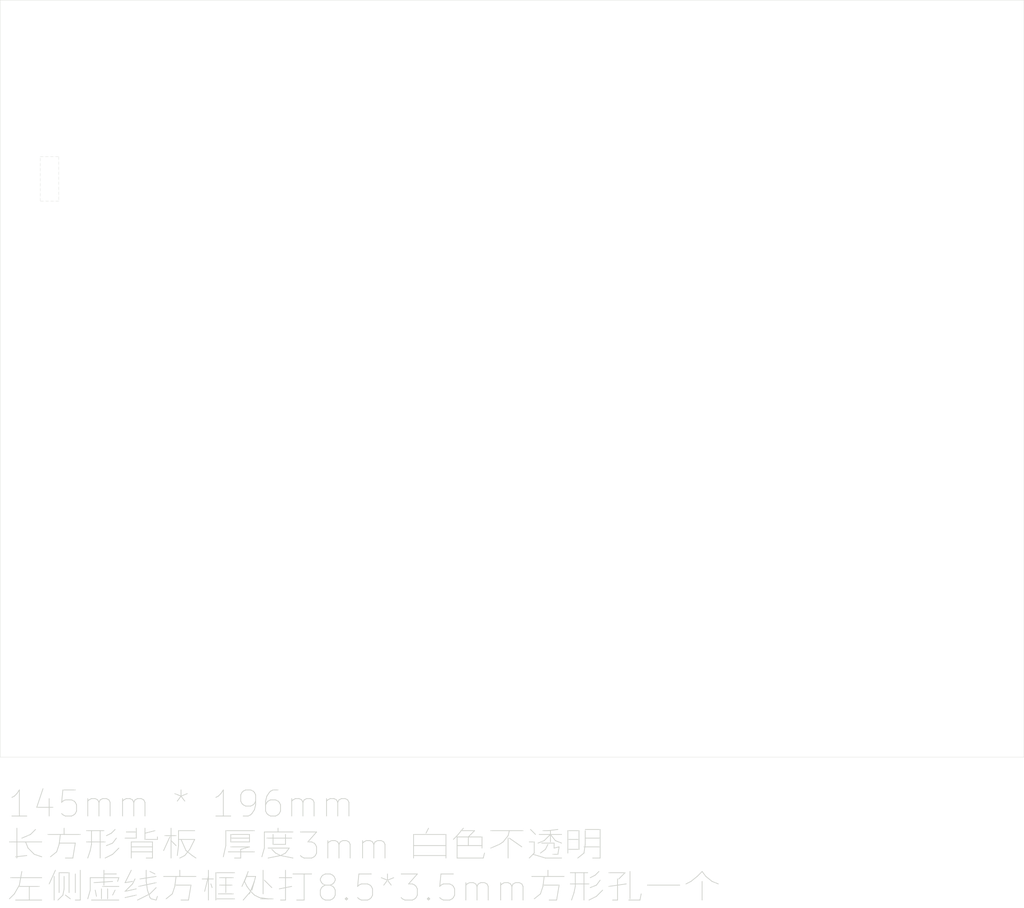
<source format=kicad_pcb>
(kicad_pcb
	(version 20240108)
	(generator "pcbnew")
	(generator_version "8.0")
	(general
		(thickness 1.6)
		(legacy_teardrops no)
	)
	(paper "A4")
	(layers
		(0 "F.Cu" signal)
		(31 "B.Cu" signal)
		(32 "B.Adhes" user "B.Adhesive")
		(33 "F.Adhes" user "F.Adhesive")
		(34 "B.Paste" user)
		(35 "F.Paste" user)
		(36 "B.SilkS" user "B.Silkscreen")
		(37 "F.SilkS" user "F.Silkscreen")
		(38 "B.Mask" user)
		(39 "F.Mask" user)
		(40 "Dwgs.User" user "User.Drawings")
		(41 "Cmts.User" user "User.Comments")
		(42 "Eco1.User" user "User.Eco1")
		(43 "Eco2.User" user "User.Eco2")
		(44 "Edge.Cuts" user)
		(45 "Margin" user)
		(46 "B.CrtYd" user "B.Courtyard")
		(47 "F.CrtYd" user "F.Courtyard")
		(48 "B.Fab" user)
		(49 "F.Fab" user)
		(50 "User.1" user)
		(51 "User.2" user)
		(52 "User.3" user)
		(53 "User.4" user)
		(54 "User.5" user)
		(55 "User.6" user)
		(56 "User.7" user)
		(57 "User.8" user)
		(58 "User.9" user)
	)
	(setup
		(pad_to_mask_clearance 0)
		(allow_soldermask_bridges_in_footprints no)
		(pcbplotparams
			(layerselection 0x0001000_7ffffffe)
			(plot_on_all_layers_selection 0x0000000_00000000)
			(disableapertmacros no)
			(usegerberextensions no)
			(usegerberattributes yes)
			(usegerberadvancedattributes yes)
			(creategerberjobfile yes)
			(dashed_line_dash_ratio 12.000000)
			(dashed_line_gap_ratio 3.000000)
			(svgprecision 4)
			(plotframeref no)
			(viasonmask no)
			(mode 1)
			(useauxorigin no)
			(hpglpennumber 1)
			(hpglpenspeed 20)
			(hpglpendiameter 15.000000)
			(pdf_front_fp_property_popups yes)
			(pdf_back_fp_property_popups yes)
			(dxfpolygonmode yes)
			(dxfimperialunits no)
			(dxfusepcbnewfont yes)
			(psnegative no)
			(psa4output no)
			(plotreference yes)
			(plotvalue yes)
			(plotfptext yes)
			(plotinvisibletext no)
			(sketchpadsonfab no)
			(subtractmaskfromsilk no)
			(outputformat 3)
			(mirror no)
			(drillshape 0)
			(scaleselection 1)
			(outputdirectory "dxf/")
		)
	)
	(net 0 "")
	(gr_rect
		(start 20 20)
		(end 216 165)
		(stroke
			(width 0.05)
			(type default)
		)
		(fill none)
		(layer "Edge.Cuts")
		(uuid "40aa4539-b4bb-4d1c-bfda-1845b1c4b348")
	)
	(gr_rect
		(start 27.7 50)
		(end 31.2 58.5)
		(stroke
			(width 0.05)
			(type dash_dot)
		)
		(fill none)
		(layer "Edge.Cuts")
		(uuid "905b69e5-b12c-4053-b74e-90d7ba4a47d7")
	)
	(gr_text "145mm * 196mm\n长方形背板 厚度3mm 白色不透明\n左侧虚线方框处打8.5*3.5mm方形孔一个"
		(at 21.2 193 0)
		(layer "Edge.Cuts")
		(uuid "2deb4a1f-198f-46d8-9a74-bb91440a3ee5")
		(effects
			(font
				(size 5 5)
				(thickness 0.15)
			)
			(justify left bottom)
		)
	)
)

</source>
